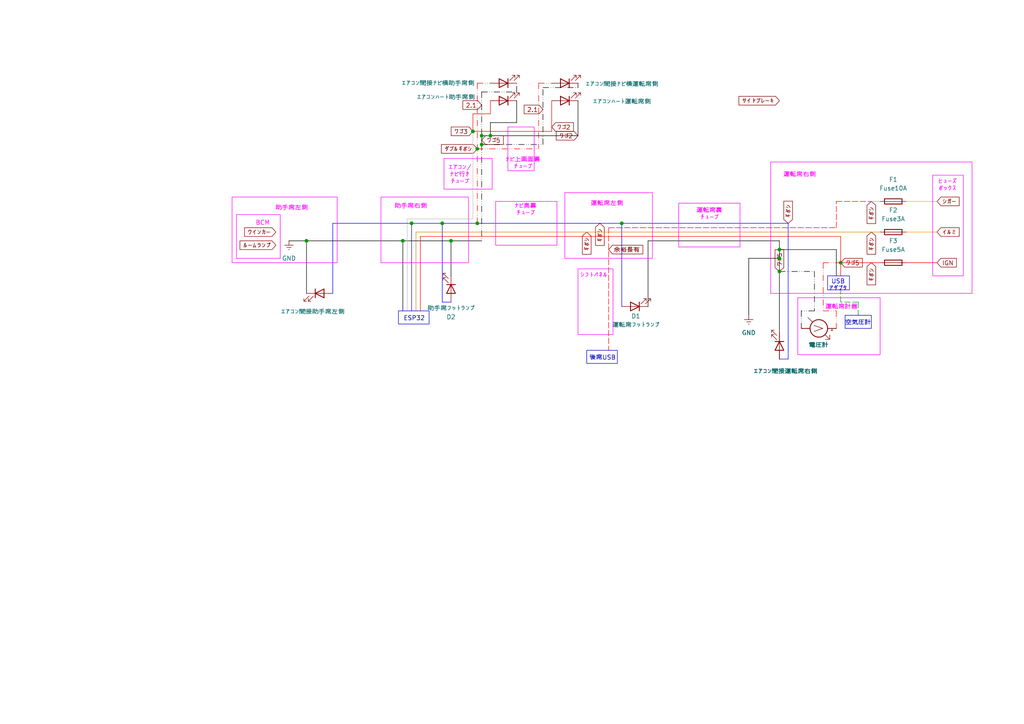
<source format=kicad_sch>
(kicad_sch
	(version 20250114)
	(generator "eeschema")
	(generator_version "9.0")
	(uuid "c56a3d10-7095-4669-8fec-59f1834857c0")
	(paper "A4")
	(lib_symbols
		(symbol "Device:Fuse"
			(pin_numbers
				(hide yes)
			)
			(pin_names
				(offset 0)
			)
			(exclude_from_sim no)
			(in_bom yes)
			(on_board yes)
			(property "Reference" "F"
				(at 2.032 0 90)
				(effects
					(font
						(size 1.27 1.27)
					)
				)
			)
			(property "Value" "Fuse"
				(at -1.905 0 90)
				(effects
					(font
						(size 1.27 1.27)
					)
				)
			)
			(property "Footprint" ""
				(at -1.778 0 90)
				(effects
					(font
						(size 1.27 1.27)
					)
					(hide yes)
				)
			)
			(property "Datasheet" "~"
				(at 0 0 0)
				(effects
					(font
						(size 1.27 1.27)
					)
					(hide yes)
				)
			)
			(property "Description" "Fuse"
				(at 0 0 0)
				(effects
					(font
						(size 1.27 1.27)
					)
					(hide yes)
				)
			)
			(property "ki_keywords" "fuse"
				(at 0 0 0)
				(effects
					(font
						(size 1.27 1.27)
					)
					(hide yes)
				)
			)
			(property "ki_fp_filters" "*Fuse*"
				(at 0 0 0)
				(effects
					(font
						(size 1.27 1.27)
					)
					(hide yes)
				)
			)
			(symbol "Fuse_0_1"
				(rectangle
					(start -0.762 -2.54)
					(end 0.762 2.54)
					(stroke
						(width 0.254)
						(type default)
					)
					(fill
						(type none)
					)
				)
				(polyline
					(pts
						(xy 0 2.54) (xy 0 -2.54)
					)
					(stroke
						(width 0)
						(type default)
					)
					(fill
						(type none)
					)
				)
			)
			(symbol "Fuse_1_1"
				(pin passive line
					(at 0 3.81 270)
					(length 1.27)
					(name "~"
						(effects
							(font
								(size 1.27 1.27)
							)
						)
					)
					(number "1"
						(effects
							(font
								(size 1.27 1.27)
							)
						)
					)
				)
				(pin passive line
					(at 0 -3.81 90)
					(length 1.27)
					(name "~"
						(effects
							(font
								(size 1.27 1.27)
							)
						)
					)
					(number "2"
						(effects
							(font
								(size 1.27 1.27)
							)
						)
					)
				)
			)
			(embedded_fonts no)
		)
		(symbol "Device:LED"
			(pin_numbers
				(hide yes)
			)
			(pin_names
				(offset 1.016)
				(hide yes)
			)
			(exclude_from_sim no)
			(in_bom yes)
			(on_board yes)
			(property "Reference" "D"
				(at 0 2.54 0)
				(effects
					(font
						(size 1.27 1.27)
					)
				)
			)
			(property "Value" "LED"
				(at 0 -2.54 0)
				(effects
					(font
						(size 1.27 1.27)
					)
				)
			)
			(property "Footprint" ""
				(at 0 0 0)
				(effects
					(font
						(size 1.27 1.27)
					)
					(hide yes)
				)
			)
			(property "Datasheet" "~"
				(at 0 0 0)
				(effects
					(font
						(size 1.27 1.27)
					)
					(hide yes)
				)
			)
			(property "Description" "Light emitting diode"
				(at 0 0 0)
				(effects
					(font
						(size 1.27 1.27)
					)
					(hide yes)
				)
			)
			(property "Sim.Pins" "1=K 2=A"
				(at 0 0 0)
				(effects
					(font
						(size 1.27 1.27)
					)
					(hide yes)
				)
			)
			(property "ki_keywords" "LED diode"
				(at 0 0 0)
				(effects
					(font
						(size 1.27 1.27)
					)
					(hide yes)
				)
			)
			(property "ki_fp_filters" "LED* LED_SMD:* LED_THT:*"
				(at 0 0 0)
				(effects
					(font
						(size 1.27 1.27)
					)
					(hide yes)
				)
			)
			(symbol "LED_0_1"
				(polyline
					(pts
						(xy -3.048 -0.762) (xy -4.572 -2.286) (xy -3.81 -2.286) (xy -4.572 -2.286) (xy -4.572 -1.524)
					)
					(stroke
						(width 0)
						(type default)
					)
					(fill
						(type none)
					)
				)
				(polyline
					(pts
						(xy -1.778 -0.762) (xy -3.302 -2.286) (xy -2.54 -2.286) (xy -3.302 -2.286) (xy -3.302 -1.524)
					)
					(stroke
						(width 0)
						(type default)
					)
					(fill
						(type none)
					)
				)
				(polyline
					(pts
						(xy -1.27 0) (xy 1.27 0)
					)
					(stroke
						(width 0)
						(type default)
					)
					(fill
						(type none)
					)
				)
				(polyline
					(pts
						(xy -1.27 -1.27) (xy -1.27 1.27)
					)
					(stroke
						(width 0.254)
						(type default)
					)
					(fill
						(type none)
					)
				)
				(polyline
					(pts
						(xy 1.27 -1.27) (xy 1.27 1.27) (xy -1.27 0) (xy 1.27 -1.27)
					)
					(stroke
						(width 0.254)
						(type default)
					)
					(fill
						(type none)
					)
				)
			)
			(symbol "LED_1_1"
				(pin passive line
					(at -3.81 0 0)
					(length 2.54)
					(name "K"
						(effects
							(font
								(size 1.27 1.27)
							)
						)
					)
					(number "1"
						(effects
							(font
								(size 1.27 1.27)
							)
						)
					)
				)
				(pin passive line
					(at 3.81 0 180)
					(length 2.54)
					(name "A"
						(effects
							(font
								(size 1.27 1.27)
							)
						)
					)
					(number "2"
						(effects
							(font
								(size 1.27 1.27)
							)
						)
					)
				)
			)
			(embedded_fonts no)
		)
		(symbol "Device:Voltmeter_DC"
			(pin_numbers
				(hide yes)
			)
			(pin_names
				(offset 0.0254)
				(hide yes)
			)
			(exclude_from_sim no)
			(in_bom yes)
			(on_board yes)
			(property "Reference" "MES"
				(at -3.302 1.016 0)
				(effects
					(font
						(size 1.27 1.27)
					)
					(justify right)
				)
			)
			(property "Value" "Voltmeter_DC"
				(at -3.302 -0.762 0)
				(effects
					(font
						(size 1.27 1.27)
					)
					(justify right)
				)
			)
			(property "Footprint" ""
				(at 0 2.54 90)
				(effects
					(font
						(size 1.27 1.27)
					)
					(hide yes)
				)
			)
			(property "Datasheet" "~"
				(at 0 2.54 90)
				(effects
					(font
						(size 1.27 1.27)
					)
					(hide yes)
				)
			)
			(property "Description" "DC voltmeter"
				(at 0 0 0)
				(effects
					(font
						(size 1.27 1.27)
					)
					(hide yes)
				)
			)
			(property "ki_keywords" "voltmeter DC"
				(at 0 0 0)
				(effects
					(font
						(size 1.27 1.27)
					)
					(hide yes)
				)
			)
			(symbol "Voltmeter_DC_0_0"
				(polyline
					(pts
						(xy -3.175 -3.175) (xy -1.905 -1.905)
					)
					(stroke
						(width 0)
						(type default)
					)
					(fill
						(type none)
					)
				)
				(polyline
					(pts
						(xy 1.905 3.175) (xy 3.175 3.175) (xy 3.175 1.905)
					)
					(stroke
						(width 0)
						(type default)
					)
					(fill
						(type none)
					)
				)
				(polyline
					(pts
						(xy 1.905 1.905) (xy 3.175 3.175)
					)
					(stroke
						(width 0)
						(type default)
					)
					(fill
						(type none)
					)
				)
				(text "V"
					(at 0 0 0)
					(effects
						(font
							(size 2.54 2.54)
						)
					)
				)
			)
			(symbol "Voltmeter_DC_0_1"
				(circle
					(center 0 0)
					(radius 2.54)
					(stroke
						(width 0.254)
						(type default)
					)
					(fill
						(type none)
					)
				)
				(polyline
					(pts
						(xy 0.254 3.81) (xy 0.762 3.81)
					)
					(stroke
						(width 0)
						(type default)
					)
					(fill
						(type none)
					)
				)
				(polyline
					(pts
						(xy 0.508 4.064) (xy 0.508 3.556)
					)
					(stroke
						(width 0)
						(type default)
					)
					(fill
						(type none)
					)
				)
			)
			(symbol "Voltmeter_DC_1_1"
				(pin passive line
					(at 0 5.08 270)
					(length 2.54)
					(name "+"
						(effects
							(font
								(size 1.27 1.27)
							)
						)
					)
					(number "2"
						(effects
							(font
								(size 1.27 1.27)
							)
						)
					)
				)
				(pin passive line
					(at 0 -5.08 90)
					(length 2.54)
					(name "-"
						(effects
							(font
								(size 1.27 1.27)
							)
						)
					)
					(number "1"
						(effects
							(font
								(size 1.27 1.27)
							)
						)
					)
				)
			)
			(embedded_fonts no)
		)
		(symbol "power:GNDREF"
			(power)
			(pin_numbers
				(hide yes)
			)
			(pin_names
				(offset 0)
				(hide yes)
			)
			(exclude_from_sim no)
			(in_bom yes)
			(on_board yes)
			(property "Reference" "#PWR"
				(at 0 -6.35 0)
				(effects
					(font
						(size 1.27 1.27)
					)
					(hide yes)
				)
			)
			(property "Value" "GNDREF"
				(at 0 -3.81 0)
				(effects
					(font
						(size 1.27 1.27)
					)
				)
			)
			(property "Footprint" ""
				(at 0 0 0)
				(effects
					(font
						(size 1.27 1.27)
					)
					(hide yes)
				)
			)
			(property "Datasheet" ""
				(at 0 0 0)
				(effects
					(font
						(size 1.27 1.27)
					)
					(hide yes)
				)
			)
			(property "Description" "Power symbol creates a global label with name \"GNDREF\" , reference supply ground"
				(at 0 0 0)
				(effects
					(font
						(size 1.27 1.27)
					)
					(hide yes)
				)
			)
			(property "ki_keywords" "global power"
				(at 0 0 0)
				(effects
					(font
						(size 1.27 1.27)
					)
					(hide yes)
				)
			)
			(symbol "GNDREF_0_1"
				(polyline
					(pts
						(xy -0.635 -1.905) (xy 0.635 -1.905)
					)
					(stroke
						(width 0)
						(type default)
					)
					(fill
						(type none)
					)
				)
				(polyline
					(pts
						(xy -0.127 -2.54) (xy 0.127 -2.54)
					)
					(stroke
						(width 0)
						(type default)
					)
					(fill
						(type none)
					)
				)
				(polyline
					(pts
						(xy 0 -1.27) (xy 0 0)
					)
					(stroke
						(width 0)
						(type default)
					)
					(fill
						(type none)
					)
				)
				(polyline
					(pts
						(xy 1.27 -1.27) (xy -1.27 -1.27)
					)
					(stroke
						(width 0)
						(type default)
					)
					(fill
						(type none)
					)
				)
			)
			(symbol "GNDREF_1_1"
				(pin power_in line
					(at 0 0 270)
					(length 0)
					(name "~"
						(effects
							(font
								(size 1.27 1.27)
							)
						)
					)
					(number "1"
						(effects
							(font
								(size 1.27 1.27)
							)
						)
					)
				)
			)
			(embedded_fonts no)
		)
	)
	(rectangle
		(start 163.83 55.88)
		(end 189.23 74.93)
		(stroke
			(width 0)
			(type default)
			(color 255 0 255 1)
		)
		(fill
			(type none)
		)
		(uuid 0b094790-7045-4454-947b-5e6d39fc18a1)
	)
	(rectangle
		(start 231.394 86.36)
		(end 255.27 102.87)
		(stroke
			(width 0)
			(type default)
			(color 255 0 255 1)
		)
		(fill
			(type none)
		)
		(uuid 324f8cfd-59b0-4b0a-86b6-97d8c18f3fb3)
	)
	(rectangle
		(start 128.778 45.974)
		(end 142.748 54.864)
		(stroke
			(width 0)
			(type default)
			(color 255 0 255 1)
		)
		(fill
			(type none)
		)
		(uuid 4f646edc-1c8f-4244-ac8b-57a0e1fccf43)
	)
	(rectangle
		(start 240.03 80.01)
		(end 246.38 84.074)
		(stroke
			(width 0)
			(type default)
		)
		(fill
			(type none)
		)
		(uuid 6f8f8678-3654-4f72-8af6-696f178e6a5f)
	)
	(rectangle
		(start 270.51 50.8)
		(end 279.4 80.01)
		(stroke
			(width 0)
			(type default)
			(color 255 0 255 1)
		)
		(fill
			(type none)
		)
		(uuid 70ff075f-11fd-4db0-ad90-efc2d918ff41)
	)
	(rectangle
		(start 67.31 57.15)
		(end 97.79 76.2)
		(stroke
			(width 0)
			(type default)
			(color 255 0 255 1)
		)
		(fill
			(type none)
		)
		(uuid 7efede87-b00b-4836-9131-ef3319f5974b)
	)
	(rectangle
		(start 110.49 57.15)
		(end 135.89 76.2)
		(stroke
			(width 0)
			(type default)
			(color 255 0 255 1)
		)
		(fill
			(type none)
		)
		(uuid 8a38e63c-d6f0-4ad3-b846-96c404c12fd1)
	)
	(rectangle
		(start 245.11 91.44)
		(end 252.73 95.25)
		(stroke
			(width 0)
			(type default)
		)
		(fill
			(type none)
		)
		(uuid 8c4b3862-c457-4fc4-bfb9-0c91554d646b)
	)
	(rectangle
		(start 223.52 46.99)
		(end 281.94 85.09)
		(stroke
			(width 0)
			(type default)
			(color 255 0 255 1)
		)
		(fill
			(type none)
		)
		(uuid a709b19d-4d00-4f8f-9ae9-f0c61d5082b2)
	)
	(rectangle
		(start 147.32 36.83)
		(end 154.94 49.53)
		(stroke
			(width 0)
			(type default)
			(color 255 0 255 1)
		)
		(fill
			(type none)
		)
		(uuid bf9fd545-42e8-492a-bc75-2d297eef9c45)
	)
	(rectangle
		(start 167.64 77.978)
		(end 177.8 97.028)
		(stroke
			(width 0)
			(type default)
			(color 255 0 255 1)
		)
		(fill
			(type none)
		)
		(uuid d4a8abf8-fba6-4fd0-beca-df2a2a2f2cd0)
	)
	(rectangle
		(start 143.764 58.42)
		(end 161.544 71.12)
		(stroke
			(width 0)
			(type default)
			(color 255 0 255 1)
		)
		(fill
			(type none)
		)
		(uuid d55a2ec5-78e1-42c8-b69b-b1f354d15426)
	)
	(rectangle
		(start 68.58 62.23)
		(end 81.28 74.93)
		(stroke
			(width 0)
			(type default)
			(color 255 0 255 1)
		)
		(fill
			(type none)
		)
		(uuid da6d00f7-da49-41e1-8f39-16fd206e9f09)
	)
	(rectangle
		(start 196.85 58.928)
		(end 214.63 71.628)
		(stroke
			(width 0)
			(type default)
			(color 255 0 255 1)
		)
		(fill
			(type none)
		)
		(uuid dcdc22f0-cbef-4bdf-b22c-8d2a48c5affe)
	)
	(rectangle
		(start 170.18 101.6)
		(end 179.07 105.41)
		(stroke
			(width 0)
			(type default)
		)
		(fill
			(type none)
		)
		(uuid e7b88089-bbda-4557-867b-9cf157112c34)
	)
	(rectangle
		(start 115.57 90.17)
		(end 124.46 93.98)
		(stroke
			(width 0)
			(type default)
		)
		(fill
			(type none)
		)
		(uuid e8dd7df2-3e2d-4aea-9182-1f32a15d1528)
	)
	(text "ESP32"
		(exclude_from_sim no)
		(at 120.142 92.456 0)
		(effects
			(font
				(size 1.27 1.27)
			)
		)
		(uuid "261ec467-7918-4c73-a1b0-53cffb221d0a")
	)
	(text "BCM"
		(exclude_from_sim no)
		(at 76.2 64.77 0)
		(effects
			(font
				(size 1.27 1.27)
				(color 255 0 255 1)
			)
		)
		(uuid "2cd973da-8809-45dd-9f1c-cdd498eaddba")
	)
	(text "ナビ上画面裏\nチューブ"
		(exclude_from_sim no)
		(at 151.638 47.498 0)
		(effects
			(font
				(size 1.27 1.27)
				(color 255 0 255 1)
			)
		)
		(uuid "336109f0-8501-4973-9e0d-8adc1712cd3d")
	)
	(text "USB\nアダプタ"
		(exclude_from_sim no)
		(at 243.078 82.804 0)
		(effects
			(font
				(size 1.27 1.27)
			)
		)
		(uuid "4a7904e6-e936-4085-b6e9-5f01bc99792f")
	)
	(text "エアコン/\nナビ行き\nチューブ"
		(exclude_from_sim no)
		(at 133.35 50.8 0)
		(effects
			(font
				(size 1.27 1.27)
				(color 255 0 255 1)
			)
		)
		(uuid "55c8f6d8-ab3e-4412-89af-e2b2755d10c0")
	)
	(text "空気圧計"
		(exclude_from_sim no)
		(at 248.92 93.726 0)
		(effects
			(font
				(size 1.27 1.27)
			)
		)
		(uuid "691cee00-269f-4da7-8bb5-95f4161cdfb5")
	)
	(text "助手席左側"
		(exclude_from_sim no)
		(at 84.582 60.452 0)
		(effects
			(font
				(size 1.27 1.27)
				(color 255 0 255 1)
			)
		)
		(uuid "82f18758-cfb0-420c-8bb7-65935835b185")
	)
	(text "後席USB"
		(exclude_from_sim no)
		(at 174.752 103.886 0)
		(effects
			(font
				(size 1.27 1.27)
			)
		)
		(uuid "851ff704-3eb6-4590-ad55-8cb89381cacd")
	)
	(text "運転席左側"
		(exclude_from_sim no)
		(at 176.022 59.182 0)
		(effects
			(font
				(size 1.27 1.27)
				(color 255 0 255 1)
			)
		)
		(uuid "87953331-421d-4af3-bb6b-8c91235c23d9")
	)
	(text "運転席右側"
		(exclude_from_sim no)
		(at 231.902 50.8 0)
		(effects
			(font
				(size 1.27 1.27)
				(color 255 0 255 1)
			)
		)
		(uuid "8b9068ee-1374-41c5-857e-3516e28ac28d")
	)
	(text "ヒューズ\nボックス"
		(exclude_from_sim no)
		(at 274.828 53.848 0)
		(effects
			(font
				(size 1.27 1.27)
				(color 255 0 255 1)
			)
		)
		(uuid "a028df96-7ea8-433d-a991-b5f08ac51184")
	)
	(text "助手席右側"
		(exclude_from_sim no)
		(at 119.126 59.944 0)
		(effects
			(font
				(size 1.27 1.27)
				(color 255 0 255 1)
			)
		)
		(uuid "a9415fab-748c-49c6-a88b-ad25368c4c00")
	)
	(text "運転席計器"
		(exclude_from_sim no)
		(at 244.094 89.154 0)
		(effects
			(font
				(size 1.27 1.27)
				(color 255 0 255 1)
			)
		)
		(uuid "ac48f3c7-9c58-4448-aea1-a4d1a2e235bc")
	)
	(text "運転席裏\nチューブ"
		(exclude_from_sim no)
		(at 205.74 62.23 0)
		(effects
			(font
				(size 1.27 1.27)
				(color 255 0 255 1)
			)
		)
		(uuid "c2acb8e4-17f7-44a1-835c-d3e1e672738a")
	)
	(text "シフトパネル"
		(exclude_from_sim no)
		(at 172.212 80.01 0)
		(effects
			(font
				(size 1.27 1.27)
				(color 255 0 255 1)
			)
		)
		(uuid "d3d56cdf-3d5f-42c5-83f4-9a141fe7f2b6")
	)
	(text "ナビ奥裏\nチューブ"
		(exclude_from_sim no)
		(at 152.4 60.96 0)
		(effects
			(font
				(size 1.27 1.27)
				(color 255 0 255 1)
			)
		)
		(uuid "e36798bf-43e5-47b2-b966-1c53e7331c7b")
	)
	(junction
		(at 130.81 69.85)
		(diameter 0)
		(color 0 0 0 0)
		(uuid "00573618-7401-4bd3-ac60-b15fb6632039")
	)
	(junction
		(at 138.43 43.18)
		(diameter 0)
		(color 0 0 0 0)
		(uuid "01f6b06e-6bb6-4212-a5cb-f4274916c985")
	)
	(junction
		(at 119.38 64.77)
		(diameter 0)
		(color 0 0 0 0)
		(uuid "0baadeca-2d0c-4f6d-b037-b220801ae75c")
	)
	(junction
		(at 128.27 64.77)
		(diameter 0)
		(color 0 0 0 0)
		(uuid "2d6f72eb-0acd-436e-8895-27aca485f57f")
	)
	(junction
		(at 88.9 69.85)
		(diameter 0)
		(color 0 0 0 0)
		(uuid "45cb00a3-9e5c-4c4b-be1e-779205297be3")
	)
	(junction
		(at 116.84 69.85)
		(diameter 0)
		(color 0 0 0 0)
		(uuid "47009b9e-6821-42a3-ab3b-d0fefd671c07")
	)
	(junction
		(at 139.7 41.91)
		(diameter 0)
		(color 0 0 0 0)
		(uuid "5216730b-9e06-41fb-a455-dd354590d66a")
	)
	(junction
		(at 138.43 64.77)
		(diameter 0)
		(color 0 0 0 0)
		(uuid "61f34271-2f80-42c1-a277-f91c2220e0ef")
	)
	(junction
		(at 226.06 78.74)
		(diameter 0)
		(color 0 0 0 0)
		(uuid "682f19ee-1907-48fe-954e-1dd9251a5c45")
	)
	(junction
		(at 180.34 64.77)
		(diameter 0)
		(color 0 0 0 0)
		(uuid "6c5b3724-045c-4719-9f77-6fe264c348be")
	)
	(junction
		(at 139.7 39.37)
		(diameter 0)
		(color 0 0 0 0)
		(uuid "748ed14d-35be-40d4-8357-16e08d7ec6ce")
	)
	(junction
		(at 137.16 38.1)
		(diameter 0)
		(color 0 0 0 0)
		(uuid "8223917d-9d20-40e1-8096-4ddfe9b1e40e")
	)
	(junction
		(at 142.24 39.37)
		(diameter 0)
		(color 0 0 0 0)
		(uuid "9d174c00-863f-4fc7-9cfb-80905c214eef")
	)
	(junction
		(at 226.06 72.39)
		(diameter 0)
		(color 0 0 0 0)
		(uuid "cc139d01-6b2c-4f5f-9897-f27efb4ec64f")
	)
	(junction
		(at 243.84 76.2)
		(diameter 0)
		(color 0 0 0 0)
		(uuid "cd8b56a8-1cdb-47f0-8ef9-9ae733faa7e0")
	)
	(junction
		(at 226.06 74.93)
		(diameter 0)
		(color 0 0 0 0)
		(uuid "ed6b76f8-3df3-4965-b4fe-331e38fda1cd")
	)
	(wire
		(pts
			(xy 226.06 69.85) (xy 226.06 72.39)
		)
		(stroke
			(width 0)
			(type default)
			(color 0 0 0 1)
		)
		(uuid "0aca8301-2ca2-4a8f-a6f7-b1033408dddf")
	)
	(wire
		(pts
			(xy 88.9 69.85) (xy 88.9 85.09)
		)
		(stroke
			(width 0)
			(type default)
			(color 0 0 0 1)
		)
		(uuid "0b47d1f8-a4d0-437e-95d7-c164ee2a3ece")
	)
	(wire
		(pts
			(xy 121.92 68.58) (xy 243.84 68.58)
		)
		(stroke
			(width 0)
			(type default)
			(color 255 0 0 1)
		)
		(uuid "0c9ea557-b197-43fb-87d8-41004e637041")
	)
	(wire
		(pts
			(xy 130.81 69.85) (xy 130.81 80.01)
		)
		(stroke
			(width 0)
			(type default)
			(color 0 0 0 1)
		)
		(uuid "0d1ab894-8082-465f-89a4-997aed9ad940")
	)
	(wire
		(pts
			(xy 180.34 64.77) (xy 180.34 88.9)
		)
		(stroke
			(width 0)
			(type default)
			(color 0 0 255 1)
		)
		(uuid "0da6839f-dc08-408b-8bab-30449251964b")
	)
	(wire
		(pts
			(xy 96.52 64.77) (xy 119.38 64.77)
		)
		(stroke
			(width 0)
			(type default)
			(color 0 0 255 1)
		)
		(uuid "10cfb69a-2296-46e4-8dad-e8656a0e3083")
	)
	(wire
		(pts
			(xy 118.11 63.5) (xy 118.11 90.17)
		)
		(stroke
			(width 0)
			(type default)
			(color 194 194 194 1)
		)
		(uuid "1228d1be-eb5a-4180-8304-74316968cfca")
	)
	(wire
		(pts
			(xy 149.86 26.67) (xy 149.86 24.13)
		)
		(stroke
			(width 0)
			(type dash_dot_dot)
			(color 0 0 0 1)
		)
		(uuid "12d0bc70-e9f6-49c7-aa29-8bad4aaad19e")
	)
	(wire
		(pts
			(xy 238.76 90.17) (xy 242.57 90.17)
		)
		(stroke
			(width 0)
			(type dash_dot_dot)
			(color 255 0 0 1)
		)
		(uuid "15a67164-3518-4a78-a7ad-cb4312b1f2fa")
	)
	(wire
		(pts
			(xy 243.84 76.2) (xy 255.27 76.2)
		)
		(stroke
			(width 0)
			(type default)
			(color 255 0 0 1)
		)
		(uuid "184107b2-8f70-45db-a014-0e53a138a657")
	)
	(wire
		(pts
			(xy 96.52 85.09) (xy 96.52 64.77)
		)
		(stroke
			(width 0)
			(type default)
			(color 0 0 255 1)
		)
		(uuid "184994d2-b8f1-4996-8839-25a292852889")
	)
	(wire
		(pts
			(xy 120.65 67.31) (xy 120.65 90.17)
		)
		(stroke
			(width 0)
			(type default)
			(color 221 133 0 1)
		)
		(uuid "19bc8009-7a0c-4871-997a-95b1b76e091f")
	)
	(wire
		(pts
			(xy 236.22 90.17) (xy 232.41 90.17)
		)
		(stroke
			(width 0)
			(type dash_dot_dot)
			(color 0 0 0 1)
		)
		(uuid "1f043f24-c188-432c-bd27-e22915432e41")
	)
	(wire
		(pts
			(xy 138.43 64.77) (xy 138.43 43.18)
		)
		(stroke
			(width 0)
			(type dash_dot_dot)
			(color 255 0 0 1)
		)
		(uuid "250ed1f4-1399-4034-beff-2b71eb14c817")
	)
	(wire
		(pts
			(xy 226.06 72.39) (xy 226.06 74.93)
		)
		(stroke
			(width 0)
			(type default)
			(color 0 0 0 1)
		)
		(uuid "2851d05b-7446-4350-adcc-89fea1988eba")
	)
	(wire
		(pts
			(xy 217.17 74.93) (xy 217.17 91.44)
		)
		(stroke
			(width 0)
			(type default)
			(color 0 0 0 1)
		)
		(uuid "2a65dd14-43c4-4ecd-980f-37361327466f")
	)
	(wire
		(pts
			(xy 236.22 78.74) (xy 236.22 90.17)
		)
		(stroke
			(width 0)
			(type dash_dot_dot)
			(color 0 0 0 1)
		)
		(uuid "2ce3ab03-f2cc-4571-92a5-98093e40e41c")
	)
	(wire
		(pts
			(xy 262.89 76.2) (xy 271.78 76.2)
		)
		(stroke
			(width 0)
			(type default)
			(color 255 0 0 1)
		)
		(uuid "2f69a702-6481-4b6e-94ad-bd92c6d1d834")
	)
	(wire
		(pts
			(xy 83.82 69.85) (xy 88.9 69.85)
		)
		(stroke
			(width 0)
			(type default)
			(color 0 0 0 1)
		)
		(uuid "34416512-ba0e-48f8-b7e8-7b452360c39d")
	)
	(wire
		(pts
			(xy 262.89 58.42) (xy 271.78 58.42)
		)
		(stroke
			(width 0)
			(type default)
			(color 194 194 0 1)
		)
		(uuid "4c5dfcd1-8a04-434f-819d-7fe6a7a2a89e")
	)
	(wire
		(pts
			(xy 157.48 41.91) (xy 157.48 25.4)
		)
		(stroke
			(width 0)
			(type dash_dot_dot)
			(color 0 0 0 1)
		)
		(uuid "51ec1b7a-f6c6-48f8-a2f9-bf6fd5dca11c")
	)
	(wire
		(pts
			(xy 243.84 87.63) (xy 243.84 83.82)
		)
		(stroke
			(width 0)
			(type dash)
		)
		(uuid "52af89a6-c150-4825-b165-3534fc95cd93")
	)
	(wire
		(pts
			(xy 248.92 87.63) (xy 248.92 91.44)
		)
		(stroke
			(width 0)
			(type dash)
		)
		(uuid "5c9092fa-33dc-4014-9f49-b7eb5d07a44f")
	)
	(wire
		(pts
			(xy 128.27 87.63) (xy 130.81 87.63)
		)
		(stroke
			(width 0)
			(type default)
			(color 0 0 255 1)
		)
		(uuid "5dc6de2b-0004-46f1-a555-8e0cbecf13dd")
	)
	(wire
		(pts
			(xy 138.43 43.18) (xy 156.21 43.18)
		)
		(stroke
			(width 0)
			(type dash_dot_dot)
			(color 255 0 0 1)
		)
		(uuid "6136cdaf-4754-4ad4-8f27-fcd349d598cf")
	)
	(wire
		(pts
			(xy 160.02 38.1) (xy 160.02 29.21)
		)
		(stroke
			(width 0)
			(type default)
			(color 255 0 0 1)
		)
		(uuid "62820a9c-f0c1-4239-9a9b-1c8578553932")
	)
	(wire
		(pts
			(xy 238.76 76.2) (xy 238.76 90.17)
		)
		(stroke
			(width 0)
			(type dash_dot_dot)
			(color 255 0 0 1)
		)
		(uuid "63424494-0c01-47b3-9f6e-0624a6b122f9")
	)
	(wire
		(pts
			(xy 139.7 41.91) (xy 157.48 41.91)
		)
		(stroke
			(width 0)
			(type dash_dot_dot)
			(color 0 0 0 1)
		)
		(uuid "6763847e-9dbf-4462-a033-4678c1c982d4")
	)
	(wire
		(pts
			(xy 226.06 74.93) (xy 226.06 78.74)
		)
		(stroke
			(width 0)
			(type default)
			(color 0 0 0 1)
		)
		(uuid "6a945f00-eccc-4a7e-8bba-5a15640500db")
	)
	(wire
		(pts
			(xy 252.73 58.42) (xy 255.27 58.42)
		)
		(stroke
			(width 0)
			(type default)
			(color 194 194 0 1)
		)
		(uuid "6ba058e4-2ad1-49b5-85b7-dfc872ac250e")
	)
	(wire
		(pts
			(xy 180.34 64.77) (xy 228.6 64.77)
		)
		(stroke
			(width 0)
			(type default)
			(color 0 0 255 1)
		)
		(uuid "6be17741-a59f-4c57-945e-2b78318b61e3")
	)
	(wire
		(pts
			(xy 116.84 69.85) (xy 130.81 69.85)
		)
		(stroke
			(width 0)
			(type default)
			(color 0 0 0 1)
		)
		(uuid "6d1e6cca-b660-461f-976c-1c6622f205a5")
	)
	(wire
		(pts
			(xy 228.6 104.14) (xy 226.06 104.14)
		)
		(stroke
			(width 0)
			(type default)
			(color 0 0 255 1)
		)
		(uuid "6e38e931-9ad1-426e-b15a-de7c4aea5d8f")
	)
	(wire
		(pts
			(xy 121.92 68.58) (xy 121.92 90.17)
		)
		(stroke
			(width 0)
			(type default)
			(color 255 0 0 1)
		)
		(uuid "706c5f7e-2795-4f76-9226-e60849dc6c90")
	)
	(wire
		(pts
			(xy 167.64 39.37) (xy 167.64 29.21)
		)
		(stroke
			(width 0)
			(type default)
			(color 0 0 0 1)
		)
		(uuid "724be4e6-538f-4fd3-8306-7108351b1ad6")
	)
	(wire
		(pts
			(xy 139.7 39.37) (xy 142.24 39.37)
		)
		(stroke
			(width 0)
			(type dash_dot)
			(color 0 0 0 1)
		)
		(uuid "775100b2-1bb2-4058-bd36-54f7e303c428")
	)
	(wire
		(pts
			(xy 128.27 64.77) (xy 128.27 87.63)
		)
		(stroke
			(width 0)
			(type default)
			(color 0 0 255 1)
		)
		(uuid "7b05afda-6a7f-4eba-bf13-9b926e0f4bfd")
	)
	(wire
		(pts
			(xy 243.84 76.2) (xy 243.84 80.01)
		)
		(stroke
			(width 0)
			(type default)
			(color 255 0 0 1)
		)
		(uuid "7d965a51-69cf-4dc8-9c55-b327fd31fa80")
	)
	(wire
		(pts
			(xy 137.16 38.1) (xy 160.02 38.1)
		)
		(stroke
			(width 0)
			(type default)
			(color 255 0 0 1)
		)
		(uuid "7f1b716e-d613-47ca-9573-a65b73495b9f")
	)
	(wire
		(pts
			(xy 139.7 41.91) (xy 139.7 69.85)
		)
		(stroke
			(width 0)
			(type dash_dot_dot)
			(color 0 0 0 1)
		)
		(uuid "821c2b48-30c4-4597-a77a-86dce1128e01")
	)
	(wire
		(pts
			(xy 167.64 25.4) (xy 167.64 24.13)
		)
		(stroke
			(width 0)
			(type dash_dot_dot)
			(color 0 0 0 1)
		)
		(uuid "85eec43b-93b9-47cd-94bf-4f0bc2f72be1")
	)
	(wire
		(pts
			(xy 119.38 64.77) (xy 128.27 64.77)
		)
		(stroke
			(width 0)
			(type default)
			(color 0 0 255 1)
		)
		(uuid "866bd8d6-13f8-4e84-bbe6-f2851fea677c")
	)
	(wire
		(pts
			(xy 217.17 74.93) (xy 226.06 74.93)
		)
		(stroke
			(width 0)
			(type default)
			(color 0 0 0 1)
		)
		(uuid "88a93b1b-83e6-4b7e-8304-2af2016d3828")
	)
	(wire
		(pts
			(xy 242.57 58.42) (xy 252.73 58.42)
		)
		(stroke
			(width 0)
			(type dash)
			(color 255 0 0 1)
		)
		(uuid "9162ffdf-413b-409d-a579-cb49fc023384")
	)
	(wire
		(pts
			(xy 88.9 69.85) (xy 116.84 69.85)
		)
		(stroke
			(width 0)
			(type default)
			(color 0 0 0 1)
		)
		(uuid "94f8a4ec-c6dd-4737-9af2-1fb93899e082")
	)
	(wire
		(pts
			(xy 116.84 69.85) (xy 116.84 90.17)
		)
		(stroke
			(width 0)
			(type default)
			(color 0 0 0 1)
		)
		(uuid "97bce5d2-6bd5-42ed-9f29-185a4dbcbf25")
	)
	(wire
		(pts
			(xy 187.96 69.85) (xy 187.96 88.9)
		)
		(stroke
			(width 0)
			(type default)
			(color 0 0 0 1)
		)
		(uuid "9d43c3fa-503b-4ebe-afab-d9aac474fc16")
	)
	(wire
		(pts
			(xy 176.53 66.04) (xy 176.53 101.6)
		)
		(stroke
			(width 0)
			(type dash)
			(color 255 0 0 1)
		)
		(uuid "a02ff992-3a0f-4895-bf61-1f019dd3da3d")
	)
	(wire
		(pts
			(xy 262.89 67.31) (xy 271.78 67.31)
		)
		(stroke
			(width 0)
			(type default)
			(color 255 153 0 1)
		)
		(uuid "a49bfae6-aaca-487a-918e-04840a9947a1")
	)
	(wire
		(pts
			(xy 139.7 39.37) (xy 139.7 41.91)
		)
		(stroke
			(width 0)
			(type dash_dot_dot)
			(color 0 0 0 1)
		)
		(uuid "a9eaed01-a493-4acc-b7a5-85067d382cc0")
	)
	(wire
		(pts
			(xy 118.11 63.5) (xy 137.16 63.5)
		)
		(stroke
			(width 0)
			(type default)
			(color 194 194 194 1)
		)
		(uuid "add6fdb4-71d7-4b72-8775-62873d118402")
	)
	(wire
		(pts
			(xy 238.76 76.2) (xy 243.84 76.2)
		)
		(stroke
			(width 0)
			(type dash_dot_dot)
			(color 255 0 0 1)
		)
		(uuid "ade588e7-3921-4830-a765-e77421ee06c2")
	)
	(wire
		(pts
			(xy 130.81 69.85) (xy 139.7 69.85)
		)
		(stroke
			(width 0)
			(type default)
			(color 0 0 0 1)
		)
		(uuid "ae8fb54d-2849-45d6-9a1f-20234fe09443")
	)
	(wire
		(pts
			(xy 138.43 43.18) (xy 138.43 41.91)
		)
		(stroke
			(width 0)
			(type default)
			(color 255 0 0 1)
		)
		(uuid "af34fd65-2fd8-4a04-95fb-5639a01a1733")
	)
	(wire
		(pts
			(xy 156.21 24.13) (xy 156.21 43.18)
		)
		(stroke
			(width 0)
			(type dash_dot_dot)
			(color 255 0 0 1)
		)
		(uuid "b15597e8-10ab-47f6-8b1d-ce16fd98fb63")
	)
	(wire
		(pts
			(xy 228.6 64.77) (xy 228.6 104.14)
		)
		(stroke
			(width 0)
			(type default)
			(color 0 0 255 1)
		)
		(uuid "c011fe21-dc36-496d-bb9b-8db8cc498689")
	)
	(wire
		(pts
			(xy 187.96 69.85) (xy 226.06 69.85)
		)
		(stroke
			(width 0)
			(type default)
			(color 0 0 0 1)
		)
		(uuid "c0b522eb-8551-4023-a02a-40f7758505c1")
	)
	(wire
		(pts
			(xy 157.48 25.4) (xy 167.64 25.4)
		)
		(stroke
			(width 0)
			(type dash_dot_dot)
			(color 0 0 0 1)
		)
		(uuid "c0c7da82-ca0e-4aa4-96e6-2d914f291a1c")
	)
	(wire
		(pts
			(xy 242.57 66.04) (xy 242.57 58.42)
		)
		(stroke
			(width 0)
			(type dash)
			(color 255 0 0 1)
		)
		(uuid "c0cc0ceb-9637-4d3f-a515-82e7a99c7a1b")
	)
	(wire
		(pts
			(xy 149.86 29.21) (xy 149.86 35.56)
		)
		(stroke
			(width 0)
			(type default)
			(color 0 0 0 1)
		)
		(uuid "c619eb71-9ef0-42ca-9a56-171a3c31c617")
	)
	(wire
		(pts
			(xy 243.84 68.58) (xy 243.84 76.2)
		)
		(stroke
			(width 0)
			(type default)
			(color 255 0 0 1)
		)
		(uuid "c62da873-2be9-4b95-985a-6e373c0f7f53")
	)
	(wire
		(pts
			(xy 232.41 90.17) (xy 232.41 95.25)
		)
		(stroke
			(width 0)
			(type dash_dot_dot)
			(color 0 0 0 1)
		)
		(uuid "cec660aa-9268-404f-b522-07cfde94e266")
	)
	(wire
		(pts
			(xy 226.06 78.74) (xy 236.22 78.74)
		)
		(stroke
			(width 0)
			(type dash_dot_dot)
			(color 0 0 0 1)
		)
		(uuid "d01657b6-0689-42ac-8c6f-8e6f74e1231a")
	)
	(wire
		(pts
			(xy 138.43 24.13) (xy 142.24 24.13)
		)
		(stroke
			(width 0)
			(type dash_dot_dot)
			(color 255 0 0 1)
		)
		(uuid "d0293cda-36f8-470e-95a8-386e016f71be")
	)
	(wire
		(pts
			(xy 139.7 26.67) (xy 149.86 26.67)
		)
		(stroke
			(width 0)
			(type dash_dot_dot)
			(color 0 0 0 1)
		)
		(uuid "d6e72d9d-b709-49bc-9a07-49bb4c6c128b")
	)
	(wire
		(pts
			(xy 156.21 24.13) (xy 160.02 24.13)
		)
		(stroke
			(width 0)
			(type dash_dot_dot)
			(color 255 0 0 1)
		)
		(uuid "d740fc2e-5292-48b7-bfe1-68775e3acabc")
	)
	(wire
		(pts
			(xy 142.24 33.02) (xy 142.24 29.21)
		)
		(stroke
			(width 0)
			(type default)
			(color 255 0 0 1)
		)
		(uuid "d7c8f1fc-6ba3-46ac-92c4-d6e53c63cfd6")
	)
	(wire
		(pts
			(xy 142.24 35.56) (xy 142.24 39.37)
		)
		(stroke
			(width 0)
			(type default)
			(color 0 0 0 1)
		)
		(uuid "da468d6c-74f7-459a-861a-cf3f7bcd8e5a")
	)
	(wire
		(pts
			(xy 248.92 87.63) (xy 243.84 87.63)
		)
		(stroke
			(width 0)
			(type dash)
		)
		(uuid "dc0f4aca-3975-453b-bb83-5b3c2bedd35e")
	)
	(wire
		(pts
			(xy 226.06 78.74) (xy 226.06 96.52)
		)
		(stroke
			(width 0)
			(type default)
			(color 0 0 0 1)
		)
		(uuid "dde428ed-7989-426a-9b48-cfd7209e01f3")
	)
	(wire
		(pts
			(xy 137.16 38.1) (xy 137.16 63.5)
		)
		(stroke
			(width 0)
			(type default)
			(color 194 194 194 1)
		)
		(uuid "deb5bc35-9090-4f3a-8725-f1d1660673a0")
	)
	(wire
		(pts
			(xy 139.7 40.64) (xy 139.7 41.91)
		)
		(stroke
			(width 0)
			(type default)
		)
		(uuid "e1588130-8caa-4df4-8993-c579844a916b")
	)
	(wire
		(pts
			(xy 176.53 66.04) (xy 242.57 66.04)
		)
		(stroke
			(width 0)
			(type dash)
			(color 255 0 0 1)
		)
		(uuid "e4bf9112-0df2-491d-8918-9c5f9400e52a")
	)
	(wire
		(pts
			(xy 226.06 72.39) (xy 242.57 72.39)
		)
		(stroke
			(width 0)
			(type default)
			(color 0 0 0 1)
		)
		(uuid "e636429a-cbb2-4af7-b3e4-c64a1383b5b1")
	)
	(wire
		(pts
			(xy 142.24 39.37) (xy 167.64 39.37)
		)
		(stroke
			(width 0)
			(type default)
			(color 0 0 0 1)
		)
		(uuid "e675789c-50a2-4856-b1be-57d38358eade")
	)
	(wire
		(pts
			(xy 137.16 33.02) (xy 142.24 33.02)
		)
		(stroke
			(width 0)
			(type default)
			(color 255 0 0 1)
		)
		(uuid "eaa69498-c041-4e7c-9f61-f858bfb2d7cb")
	)
	(wire
		(pts
			(xy 137.16 38.1) (xy 137.16 33.02)
		)
		(stroke
			(width 0)
			(type default)
			(color 255 0 0 1)
		)
		(uuid "eaac2b5f-53e6-4a69-a6ff-1c9932b7ab12")
	)
	(wire
		(pts
			(xy 149.86 35.56) (xy 142.24 35.56)
		)
		(stroke
			(width 0)
			(type default)
			(color 0 0 0 1)
		)
		(uuid "eab0a805-4905-472b-8199-99b683bbd99f")
	)
	(wire
		(pts
			(xy 138.43 64.77) (xy 180.34 64.77)
		)
		(stroke
			(width 0)
			(type default)
			(color 0 0 255 1)
		)
		(uuid "ec798aec-1409-4667-a57f-d3246d5044a1")
	)
	(wire
		(pts
			(xy 119.38 64.77) (xy 119.38 90.17)
		)
		(stroke
			(width 0)
			(type default)
			(color 0 0 255 1)
		)
		(uuid "ed6d5a8f-cdf7-471a-a862-03414b86bf22")
	)
	(wire
		(pts
			(xy 242.57 90.17) (xy 242.57 95.25)
		)
		(stroke
			(width 0)
			(type dash_dot_dot)
			(color 255 0 0 1)
		)
		(uuid "ed74156d-665a-4f4f-8318-00c4df154da0")
	)
	(wire
		(pts
			(xy 138.43 24.13) (xy 138.43 41.91)
		)
		(stroke
			(width 0)
			(type dash_dot_dot)
			(color 255 0 0 1)
		)
		(uuid "eed2cf98-717f-4fbe-842f-f65cedf7c85b")
	)
	(wire
		(pts
			(xy 128.27 64.77) (xy 138.43 64.77)
		)
		(stroke
			(width 0)
			(type default)
			(color 0 0 255 1)
		)
		(uuid "efd42777-d6b6-42da-b44c-5a86c8c88062")
	)
	(wire
		(pts
			(xy 120.65 67.31) (xy 255.27 67.31)
		)
		(stroke
			(width 0)
			(type default)
			(color 221 133 0 1)
		)
		(uuid "f54da3a2-2fe7-4a3e-aeba-5aa7724d48a9")
	)
	(wire
		(pts
			(xy 242.57 72.39) (xy 242.57 80.01)
		)
		(stroke
			(width 0)
			(type default)
			(color 0 0 0 1)
		)
		(uuid "f6db5ec5-b8bf-4714-9af5-c9dccb440f66")
	)
	(wire
		(pts
			(xy 139.7 26.67) (xy 139.7 39.37)
		)
		(stroke
			(width 0)
			(type dash_dot_dot)
			(color 0 0 0 1)
		)
		(uuid "fcd45d21-1dfa-4d33-90b4-4171384be22f")
	)
	(global_label "ウインカー"
		(shape input)
		(at 80.01 67.31 180)
		(fields_autoplaced yes)
		(effects
			(font
				(size 1.27 1.27)
			)
			(justify right)
		)
		(uuid "108c1915-2f40-4e64-a027-4a0502b6b407")
		(property "Intersheetrefs" "${INTERSHEET_REFS}"
			(at 70.3723 67.31 0)
			(effects
				(font
					(size 1.27 1.27)
				)
				(justify right)
				(hide yes)
			)
		)
	)
	(global_label "ワゴ5"
		(shape input)
		(at 226.06 78.74 90)
		(fields_autoplaced yes)
		(effects
			(font
				(size 1.27 1.27)
			)
			(justify left)
		)
		(uuid "28463506-c168-4e21-bc17-487a878f7914")
		(property "Intersheetrefs" "${INTERSHEET_REFS}"
			(at 226.06 71.8843 90)
			(effects
				(font
					(size 1.27 1.27)
				)
				(justify left)
				(hide yes)
			)
		)
	)
	(global_label "ワゴ5"
		(shape input)
		(at 243.84 76.2 0)
		(fields_autoplaced yes)
		(effects
			(font
				(size 1.27 1.27)
			)
			(justify left)
		)
		(uuid "2c953012-9dbd-4ed9-accc-74952af05c8c")
		(property "Intersheetrefs" "${INTERSHEET_REFS}"
			(at 250.6957 76.2 0)
			(effects
				(font
					(size 1.27 1.27)
				)
				(justify left)
				(hide yes)
			)
		)
	)
	(global_label "2.1"
		(shape input)
		(at 139.7 30.48 180)
		(fields_autoplaced yes)
		(effects
			(font
				(size 1.27 1.27)
			)
			(justify right)
		)
		(uuid "39c71008-5144-45a3-9594-6ab32c8255d9")
		(property "Intersheetrefs" "${INTERSHEET_REFS}"
			(at 133.691 30.48 0)
			(effects
				(font
					(size 1.27 1.27)
				)
				(justify right)
				(hide yes)
			)
		)
	)
	(global_label "ギボシ"
		(shape input)
		(at 170.18 67.31 270)
		(fields_autoplaced yes)
		(effects
			(font
				(size 1.27 1.27)
			)
			(justify right)
		)
		(uuid "4e94710b-3b61-4128-90ba-f22e3db0f930")
		(property "Intersheetrefs" "${INTERSHEET_REFS}"
			(at 170.18 74.2867 90)
			(effects
				(font
					(size 1.27 1.27)
				)
				(justify right)
				(hide yes)
			)
		)
	)
	(global_label "ギボシ"
		(shape input)
		(at 252.73 58.42 270)
		(fields_autoplaced yes)
		(effects
			(font
				(size 1.27 1.27)
			)
			(justify right)
		)
		(uuid "4fd19088-8316-477a-936c-77080c94e751")
		(property "Intersheetrefs" "${INTERSHEET_REFS}"
			(at 252.73 65.3967 90)
			(effects
				(font
					(size 1.27 1.27)
				)
				(justify right)
				(hide yes)
			)
		)
	)
	(global_label "サイドブレーキ"
		(shape input)
		(at 226.06 29.21 180)
		(fields_autoplaced yes)
		(effects
			(font
				(size 1.27 1.27)
			)
			(justify right)
		)
		(uuid "55c746ee-00f7-4705-a289-94a6ac056415")
		(property "Intersheetrefs" "${INTERSHEET_REFS}"
			(at 213.7613 29.21 0)
			(effects
				(font
					(size 1.27 1.27)
				)
				(justify right)
				(hide yes)
			)
		)
	)
	(global_label "ギボシ"
		(shape input)
		(at 228.6 64.77 90)
		(fields_autoplaced yes)
		(effects
			(font
				(size 1.27 1.27)
			)
			(justify left)
		)
		(uuid "6d1dc892-1445-49cb-be64-54784b8824cb")
		(property "Intersheetrefs" "${INTERSHEET_REFS}"
			(at 228.6 57.7933 90)
			(effects
				(font
					(size 1.27 1.27)
				)
				(justify left)
				(hide yes)
			)
		)
	)
	(global_label "ギボシ"
		(shape input)
		(at 173.99 64.77 270)
		(fields_autoplaced yes)
		(effects
			(font
				(size 1.27 1.27)
			)
			(justify right)
		)
		(uuid "7039c0fd-60b4-4591-88cd-0ff7fa9920f9")
		(property "Intersheetrefs" "${INTERSHEET_REFS}"
			(at 173.99 71.7467 90)
			(effects
				(font
					(size 1.27 1.27)
				)
				(justify right)
				(hide yes)
			)
		)
	)
	(global_label "ギボシ"
		(shape input)
		(at 252.73 67.31 270)
		(fields_autoplaced yes)
		(effects
			(font
				(size 1.27 1.27)
			)
			(justify right)
		)
		(uuid "7ef5b705-b16b-4a9c-a023-c1b684dd9663")
		(property "Intersheetrefs" "${INTERSHEET_REFS}"
			(at 252.73 74.2867 90)
			(effects
				(font
					(size 1.27 1.27)
				)
				(justify right)
				(hide yes)
			)
		)
	)
	(global_label "ワゴ2"
		(shape input)
		(at 160.02 36.83 0)
		(fields_autoplaced yes)
		(effects
			(font
				(size 1.27 1.27)
			)
			(justify left)
		)
		(uuid "80f5cad3-4149-49ba-ba4c-87cd15a7cf97")
		(property "Intersheetrefs" "${INTERSHEET_REFS}"
			(at 166.8757 36.83 0)
			(effects
				(font
					(size 1.27 1.27)
				)
				(justify left)
				(hide yes)
			)
		)
	)
	(global_label "ダブルギボシ"
		(shape input)
		(at 138.43 43.18 180)
		(fields_autoplaced yes)
		(effects
			(font
				(size 1.27 1.27)
			)
			(justify right)
		)
		(uuid "83a7b5eb-6626-42d4-a980-47d972cd9509")
		(property "Intersheetrefs" "${INTERSHEET_REFS}"
			(at 127.4618 43.18 0)
			(effects
				(font
					(size 1.27 1.27)
				)
				(justify right)
				(hide yes)
			)
		)
	)
	(global_label "2.1"
		(shape input)
		(at 157.48 31.75 180)
		(fields_autoplaced yes)
		(effects
			(font
				(size 1.27 1.27)
			)
			(justify right)
		)
		(uuid "89577a0c-c2b1-471c-b8ed-b39c97b0c9bf")
		(property "Intersheetrefs" "${INTERSHEET_REFS}"
			(at 151.471 31.75 0)
			(effects
				(font
					(size 1.27 1.27)
				)
				(justify right)
				(hide yes)
			)
		)
	)
	(global_label "ギボシ"
		(shape input)
		(at 252.73 76.2 270)
		(fields_autoplaced yes)
		(effects
			(font
				(size 1.27 1.27)
			)
			(justify right)
		)
		(uuid "939e7ab9-d4c5-4c84-be50-64789657d4ad")
		(property "Intersheetrefs" "${INTERSHEET_REFS}"
			(at 252.73 83.1767 90)
			(effects
				(font
					(size 1.27 1.27)
				)
				(justify right)
				(hide yes)
			)
		)
	)
	(global_label "ルームランプ"
		(shape input)
		(at 80.01 71.12 180)
		(fields_autoplaced yes)
		(effects
			(font
				(size 1.27 1.27)
			)
			(justify right)
		)
		(uuid "93f05733-089e-4848-8325-e3094ea533c6")
		(property "Intersheetrefs" "${INTERSHEET_REFS}"
			(at 69.0418 71.12 0)
			(effects
				(font
					(size 1.27 1.27)
				)
				(justify right)
				(hide yes)
			)
		)
	)
	(global_label "シガー"
		(shape input)
		(at 271.78 58.42 0)
		(fields_autoplaced yes)
		(effects
			(font
				(size 1.27 1.27)
			)
			(justify left)
		)
		(uuid "949b00f8-d710-4292-b2b5-d2a880493838")
		(property "Intersheetrefs" "${INTERSHEET_REFS}"
			(at 278.7567 58.42 0)
			(effects
				(font
					(size 1.27 1.27)
				)
				(justify left)
				(hide yes)
			)
		)
	)
	(global_label "ワゴ2"
		(shape input)
		(at 167.64 39.37 180)
		(fields_autoplaced yes)
		(effects
			(font
				(size 1.27 1.27)
			)
			(justify right)
		)
		(uuid "bb98a501-44ef-4aa0-8174-649d1c64b8e8")
		(property "Intersheetrefs" "${INTERSHEET_REFS}"
			(at 160.7843 39.37 0)
			(effects
				(font
					(size 1.27 1.27)
				)
				(justify right)
				(hide yes)
			)
		)
	)
	(global_label "IGN"
		(shape input)
		(at 271.78 76.2 0)
		(fields_autoplaced yes)
		(effects
			(font
				(size 1.27 1.27)
			)
			(justify left)
		)
		(uuid "c6fb54f3-bc4a-4298-a73c-32bca2034963")
		(property "Intersheetrefs" "${INTERSHEET_REFS}"
			(at 277.9705 76.2 0)
			(effects
				(font
					(size 1.27 1.27)
				)
				(justify left)
				(hide yes)
			)
		)
	)
	(global_label "ワゴ3"
		(shape input)
		(at 137.16 38.1 180)
		(fields_autoplaced yes)
		(effects
			(font
				(size 1.27 1.27)
			)
			(justify right)
		)
		(uuid "d63f96c1-21ee-478f-a67e-fe376dcb4b27")
		(property "Intersheetrefs" "${INTERSHEET_REFS}"
			(at 130.3043 38.1 0)
			(effects
				(font
					(size 1.27 1.27)
				)
				(justify right)
				(hide yes)
			)
		)
	)
	(global_label "ワゴ5"
		(shape input)
		(at 139.7 40.64 0)
		(fields_autoplaced yes)
		(effects
			(font
				(size 1.27 1.27)
			)
			(justify left)
		)
		(uuid "d68dbdef-c359-441b-80df-e966b059c40f")
		(property "Intersheetrefs" "${INTERSHEET_REFS}"
			(at 146.5557 40.64 0)
			(effects
				(font
					(size 1.27 1.27)
				)
				(justify left)
				(hide yes)
			)
		)
	)
	(global_label "余裕長有"
		(shape input)
		(at 176.53 72.39 0)
		(fields_autoplaced yes)
		(effects
			(font
				(size 1.27 1.27)
			)
			(justify left)
		)
		(uuid "dbdb35da-d82a-47a9-b192-3fc07dceae8d")
		(property "Intersheetrefs" "${INTERSHEET_REFS}"
			(at 187.0144 72.39 0)
			(effects
				(font
					(size 1.27 1.27)
				)
				(justify left)
				(hide yes)
			)
		)
	)
	(global_label "イルミ"
		(shape input)
		(at 271.78 67.31 0)
		(fields_autoplaced yes)
		(effects
			(font
				(size 1.27 1.27)
			)
			(justify left)
		)
		(uuid "f3455359-1b99-48ea-a8f9-d4d70b156bf6")
		(property "Intersheetrefs" "${INTERSHEET_REFS}"
			(at 278.7567 67.31 0)
			(effects
				(font
					(size 1.27 1.27)
				)
				(justify left)
				(hide yes)
			)
		)
	)
	(symbol
		(lib_id "Device:Voltmeter_DC")
		(at 237.49 95.25 270)
		(unit 1)
		(exclude_from_sim no)
		(in_bom yes)
		(on_board yes)
		(dnp no)
		(uuid "19a643ea-3ebe-4c54-8a2c-315595d4d690")
		(property "Reference" "MES1"
			(at 237.49 99.06 90)
			(effects
				(font
					(size 1.27 1.27)
				)
				(hide yes)
			)
		)
		(property "Value" "電圧計"
			(at 237.49 100.076 90)
			(effects
				(font
					(size 1.27 1.27)
				)
			)
		)
		(property "Footprint" ""
			(at 240.03 95.25 90)
			(effects
				(font
					(size 1.27 1.27)
				)
				(hide yes)
			)
		)
		(property "Datasheet" "~"
			(at 240.03 95.25 90)
			(effects
				(font
					(size 1.27 1.27)
				)
				(hide yes)
			)
		)
		(property "Description" "DC voltmeter"
			(at 237.49 95.25 0)
			(effects
				(font
					(size 1.27 1.27)
				)
				(hide yes)
			)
		)
		(pin "1"
			(uuid "d5f1e5cd-a3de-442a-90e1-9faa5946a1a7")
		)
		(pin "2"
			(uuid "e76a7522-8e94-4e85-83a8-01c90a09529b")
		)
		(instances
			(project ""
				(path "/c56a3d10-7095-4669-8fec-59f1834857c0"
					(reference "MES1")
					(unit 1)
				)
			)
		)
	)
	(symbol
		(lib_id "Device:Fuse")
		(at 259.08 58.42 270)
		(unit 1)
		(exclude_from_sim no)
		(in_bom yes)
		(on_board yes)
		(dnp no)
		(fields_autoplaced yes)
		(uuid "2691c6e1-d651-4eaf-a223-3b020a515692")
		(property "Reference" "F1"
			(at 259.08 52.07 90)
			(effects
				(font
					(size 1.27 1.27)
				)
			)
		)
		(property "Value" "Fuse10A"
			(at 259.08 54.61 90)
			(effects
				(font
					(size 1.27 1.27)
				)
			)
		)
		(property "Footprint" ""
			(at 259.08 56.642 90)
			(effects
				(font
					(size 1.27 1.27)
				)
				(hide yes)
			)
		)
		(property "Datasheet" "~"
			(at 259.08 58.42 0)
			(effects
				(font
					(size 1.27 1.27)
				)
				(hide yes)
			)
		)
		(property "Description" "Fuse"
			(at 259.08 58.42 0)
			(effects
				(font
					(size 1.27 1.27)
				)
				(hide yes)
			)
		)
		(pin "1"
			(uuid "94b0ace2-606a-4ffa-bc29-44fc93d5fc2c")
		)
		(pin "2"
			(uuid "9912a55f-b399-450b-9c36-65f0aeae1d5d")
		)
		(instances
			(project ""
				(path "/c56a3d10-7095-4669-8fec-59f1834857c0"
					(reference "F1")
					(unit 1)
				)
			)
		)
	)
	(symbol
		(lib_id "Device:LED")
		(at 184.15 88.9 180)
		(unit 1)
		(exclude_from_sim no)
		(in_bom yes)
		(on_board yes)
		(dnp no)
		(uuid "4137c272-ead5-4f59-a194-8790cc1c2d86")
		(property "Reference" "D1"
			(at 184.404 91.694 0)
			(effects
				(font
					(size 1.27 1.27)
				)
			)
		)
		(property "Value" "運転席フットランプ"
			(at 184.404 94.234 0)
			(effects
				(font
					(size 1.27 1.27)
				)
			)
		)
		(property "Footprint" ""
			(at 184.15 88.9 0)
			(effects
				(font
					(size 1.27 1.27)
				)
				(hide yes)
			)
		)
		(property "Datasheet" "~"
			(at 184.15 88.9 0)
			(effects
				(font
					(size 1.27 1.27)
				)
				(hide yes)
			)
		)
		(property "Description" "Light emitting diode"
			(at 184.15 88.9 0)
			(effects
				(font
					(size 1.27 1.27)
				)
				(hide yes)
			)
		)
		(property "Sim.Pins" "1=K 2=A"
			(at 184.15 88.9 0)
			(effects
				(font
					(size 1.27 1.27)
				)
				(hide yes)
			)
		)
		(pin "2"
			(uuid "c41faeec-1ce9-4465-b283-2b91761c8ec1")
		)
		(pin "1"
			(uuid "f728704d-8b40-4956-91a2-aa1e54165574")
		)
		(instances
			(project ""
				(path "/c56a3d10-7095-4669-8fec-59f1834857c0"
					(reference "D1")
					(unit 1)
				)
			)
		)
	)
	(symbol
		(lib_id "Device:LED")
		(at 163.83 24.13 180)
		(unit 1)
		(exclude_from_sim no)
		(in_bom yes)
		(on_board yes)
		(dnp no)
		(uuid "47cbe1ab-5135-43c4-822b-0be0b833ad67")
		(property "Reference" "D4"
			(at 178.562 23.622 0)
			(effects
				(font
					(size 1.27 1.27)
				)
				(hide yes)
			)
		)
		(property "Value" "エアコン間接ナビ横運転席側"
			(at 180.34 24.384 0)
			(effects
				(font
					(size 1.27 1.27)
				)
			)
		)
		(property "Footprint" ""
			(at 163.83 24.13 0)
			(effects
				(font
					(size 1.27 1.27)
				)
				(hide yes)
			)
		)
		(property "Datasheet" "~"
			(at 163.83 24.13 0)
			(effects
				(font
					(size 1.27 1.27)
				)
				(hide yes)
			)
		)
		(property "Description" "Light emitting diode"
			(at 163.83 24.13 0)
			(effects
				(font
					(size 1.27 1.27)
				)
				(hide yes)
			)
		)
		(property "Sim.Pins" "1=K 2=A"
			(at 163.83 24.13 0)
			(effects
				(font
					(size 1.27 1.27)
				)
				(hide yes)
			)
		)
		(pin "2"
			(uuid "e2ad8c50-829e-43eb-92ff-5abb9f769639")
		)
		(pin "1"
			(uuid "dd982421-5166-479f-9d18-be2fda91e2e8")
		)
		(instances
			(project "400R-full"
				(path "/c56a3d10-7095-4669-8fec-59f1834857c0"
					(reference "D4")
					(unit 1)
				)
			)
		)
	)
	(symbol
		(lib_id "Device:LED")
		(at 163.83 29.21 180)
		(unit 1)
		(exclude_from_sim no)
		(in_bom yes)
		(on_board yes)
		(dnp no)
		(uuid "59a4ce2f-516c-45a2-a975-d43590d94e57")
		(property "Reference" "D6"
			(at 178.562 28.702 0)
			(effects
				(font
					(size 1.27 1.27)
				)
				(hide yes)
			)
		)
		(property "Value" "エアコンハート運転席側"
			(at 180.34 29.464 0)
			(effects
				(font
					(size 1.27 1.27)
				)
			)
		)
		(property "Footprint" ""
			(at 163.83 29.21 0)
			(effects
				(font
					(size 1.27 1.27)
				)
				(hide yes)
			)
		)
		(property "Datasheet" "~"
			(at 163.83 29.21 0)
			(effects
				(font
					(size 1.27 1.27)
				)
				(hide yes)
			)
		)
		(property "Description" "Light emitting diode"
			(at 163.83 29.21 0)
			(effects
				(font
					(size 1.27 1.27)
				)
				(hide yes)
			)
		)
		(property "Sim.Pins" "1=K 2=A"
			(at 163.83 29.21 0)
			(effects
				(font
					(size 1.27 1.27)
				)
				(hide yes)
			)
		)
		(pin "2"
			(uuid "b63996e9-86c9-446a-9afc-368074ad2a6a")
		)
		(pin "1"
			(uuid "10315461-c57b-475f-b8c2-06ead8c9e5d7")
		)
		(instances
			(project "400R-full"
				(path "/c56a3d10-7095-4669-8fec-59f1834857c0"
					(reference "D6")
					(unit 1)
				)
			)
		)
	)
	(symbol
		(lib_id "power:GNDREF")
		(at 83.82 69.85 0)
		(unit 1)
		(exclude_from_sim no)
		(in_bom yes)
		(on_board yes)
		(dnp no)
		(fields_autoplaced yes)
		(uuid "5a70cb3b-227c-4c1c-b591-63f925814143")
		(property "Reference" "#PWR02"
			(at 83.82 76.2 0)
			(effects
				(font
					(size 1.27 1.27)
				)
				(hide yes)
			)
		)
		(property "Value" "GND"
			(at 83.82 74.93 0)
			(effects
				(font
					(size 1.27 1.27)
				)
			)
		)
		(property "Footprint" ""
			(at 83.82 69.85 0)
			(effects
				(font
					(size 1.27 1.27)
				)
				(hide yes)
			)
		)
		(property "Datasheet" ""
			(at 83.82 69.85 0)
			(effects
				(font
					(size 1.27 1.27)
				)
				(hide yes)
			)
		)
		(property "Description" "Power symbol creates a global label with name \"GNDREF\" , reference supply ground"
			(at 83.82 69.85 0)
			(effects
				(font
					(size 1.27 1.27)
				)
				(hide yes)
			)
		)
		(pin "1"
			(uuid "e30ee1c7-cd22-4369-b853-e4e8afa98f75")
		)
		(instances
			(project ""
				(path "/c56a3d10-7095-4669-8fec-59f1834857c0"
					(reference "#PWR02")
					(unit 1)
				)
			)
		)
	)
	(symbol
		(lib_id "Device:Fuse")
		(at 259.08 76.2 270)
		(unit 1)
		(exclude_from_sim no)
		(in_bom yes)
		(on_board yes)
		(dnp no)
		(fields_autoplaced yes)
		(uuid "6acb7a44-f35f-4bb5-9b5c-cfd1dbfd1142")
		(property "Reference" "F3"
			(at 259.08 69.85 90)
			(effects
				(font
					(size 1.27 1.27)
				)
			)
		)
		(property "Value" "Fuse5A"
			(at 259.08 72.39 90)
			(effects
				(font
					(size 1.27 1.27)
				)
			)
		)
		(property "Footprint" ""
			(at 259.08 74.422 90)
			(effects
				(font
					(size 1.27 1.27)
				)
				(hide yes)
			)
		)
		(property "Datasheet" "~"
			(at 259.08 76.2 0)
			(effects
				(font
					(size 1.27 1.27)
				)
				(hide yes)
			)
		)
		(property "Description" "Fuse"
			(at 259.08 76.2 0)
			(effects
				(font
					(size 1.27 1.27)
				)
				(hide yes)
			)
		)
		(pin "1"
			(uuid "dc3b8c22-9c18-4147-8866-2d096e4cad8a")
		)
		(pin "2"
			(uuid "21f16e70-a3d2-4c7c-ad9d-1fe550657408")
		)
		(instances
			(project "400R-full"
				(path "/c56a3d10-7095-4669-8fec-59f1834857c0"
					(reference "F3")
					(unit 1)
				)
			)
		)
	)
	(symbol
		(lib_id "Device:LED")
		(at 146.05 29.21 180)
		(unit 1)
		(exclude_from_sim no)
		(in_bom yes)
		(on_board yes)
		(dnp no)
		(uuid "788dc979-10fa-494b-bdd3-acc7c73e4b8a")
		(property "Reference" "D7"
			(at 160.782 28.702 0)
			(effects
				(font
					(size 1.27 1.27)
				)
				(hide yes)
			)
		)
		(property "Value" "エアコンハート助手席側"
			(at 129.286 28.194 0)
			(effects
				(font
					(size 1.27 1.27)
				)
			)
		)
		(property "Footprint" ""
			(at 146.05 29.21 0)
			(effects
				(font
					(size 1.27 1.27)
				)
				(hide yes)
			)
		)
		(property "Datasheet" "~"
			(at 146.05 29.21 0)
			(effects
				(font
					(size 1.27 1.27)
				)
				(hide yes)
			)
		)
		(property "Description" "Light emitting diode"
			(at 146.05 29.21 0)
			(effects
				(font
					(size 1.27 1.27)
				)
				(hide yes)
			)
		)
		(property "Sim.Pins" "1=K 2=A"
			(at 146.05 29.21 0)
			(effects
				(font
					(size 1.27 1.27)
				)
				(hide yes)
			)
		)
		(pin "2"
			(uuid "358f23e2-f2ba-421f-8ad1-455561718b0b")
		)
		(pin "1"
			(uuid "34795755-1859-4e42-9db8-5f190968d00b")
		)
		(instances
			(project "400R-full"
				(path "/c56a3d10-7095-4669-8fec-59f1834857c0"
					(reference "D7")
					(unit 1)
				)
			)
		)
	)
	(symbol
		(lib_id "Device:Fuse")
		(at 259.08 67.31 270)
		(unit 1)
		(exclude_from_sim no)
		(in_bom yes)
		(on_board yes)
		(dnp no)
		(fields_autoplaced yes)
		(uuid "7953bf92-5a89-4215-af41-493ce68b7daf")
		(property "Reference" "F2"
			(at 259.08 60.96 90)
			(effects
				(font
					(size 1.27 1.27)
				)
			)
		)
		(property "Value" "Fuse3A"
			(at 259.08 63.5 90)
			(effects
				(font
					(size 1.27 1.27)
				)
			)
		)
		(property "Footprint" ""
			(at 259.08 65.532 90)
			(effects
				(font
					(size 1.27 1.27)
				)
				(hide yes)
			)
		)
		(property "Datasheet" "~"
			(at 259.08 67.31 0)
			(effects
				(font
					(size 1.27 1.27)
				)
				(hide yes)
			)
		)
		(property "Description" "Fuse"
			(at 259.08 67.31 0)
			(effects
				(font
					(size 1.27 1.27)
				)
				(hide yes)
			)
		)
		(pin "1"
			(uuid "0ed94d18-80a6-4629-887e-f14a7481b93e")
		)
		(pin "2"
			(uuid "f6cf373e-be59-4658-9783-2fb96a07603e")
		)
		(instances
			(project "400R-full"
				(path "/c56a3d10-7095-4669-8fec-59f1834857c0"
					(reference "F2")
					(unit 1)
				)
			)
		)
	)
	(symbol
		(lib_id "Device:LED")
		(at 92.71 85.09 0)
		(unit 1)
		(exclude_from_sim no)
		(in_bom yes)
		(on_board yes)
		(dnp no)
		(uuid "8e55b6f4-5bb2-4743-9faf-54fb2d73a33e")
		(property "Reference" "D8"
			(at 100.838 85.09 90)
			(effects
				(font
					(size 1.27 1.27)
				)
				(hide yes)
			)
		)
		(property "Value" "エアコン間接助手席左側"
			(at 90.678 90.424 0)
			(effects
				(font
					(size 1.27 1.27)
				)
			)
		)
		(property "Footprint" ""
			(at 92.71 85.09 0)
			(effects
				(font
					(size 1.27 1.27)
				)
				(hide yes)
			)
		)
		(property "Datasheet" "~"
			(at 92.71 85.09 0)
			(effects
				(font
					(size 1.27 1.27)
				)
				(hide yes)
			)
		)
		(property "Description" "Light emitting diode"
			(at 92.71 85.09 0)
			(effects
				(font
					(size 1.27 1.27)
				)
				(hide yes)
			)
		)
		(property "Sim.Pins" "1=K 2=A"
			(at 92.71 85.09 0)
			(effects
				(font
					(size 1.27 1.27)
				)
				(hide yes)
			)
		)
		(pin "2"
			(uuid "4420d9d8-039a-4097-9c30-6f5cc64ccdb0")
		)
		(pin "1"
			(uuid "f8572aeb-74cd-463c-8a69-b6c1213350fa")
		)
		(instances
			(project "400R-full"
				(path "/c56a3d10-7095-4669-8fec-59f1834857c0"
					(reference "D8")
					(unit 1)
				)
			)
		)
	)
	(symbol
		(lib_id "Device:LED")
		(at 146.05 24.13 180)
		(unit 1)
		(exclude_from_sim no)
		(in_bom yes)
		(on_board yes)
		(dnp no)
		(uuid "ad725790-1553-4cbd-94d8-57252ab449c9")
		(property "Reference" "D3"
			(at 160.782 23.622 0)
			(effects
				(font
					(size 1.27 1.27)
				)
				(hide yes)
			)
		)
		(property "Value" "エアコン間接ナビ横助手席側"
			(at 127 24.13 0)
			(effects
				(font
					(size 1.27 1.27)
				)
			)
		)
		(property "Footprint" ""
			(at 146.05 24.13 0)
			(effects
				(font
					(size 1.27 1.27)
				)
				(hide yes)
			)
		)
		(property "Datasheet" "~"
			(at 146.05 24.13 0)
			(effects
				(font
					(size 1.27 1.27)
				)
				(hide yes)
			)
		)
		(property "Description" "Light emitting diode"
			(at 146.05 24.13 0)
			(effects
				(font
					(size 1.27 1.27)
				)
				(hide yes)
			)
		)
		(property "Sim.Pins" "1=K 2=A"
			(at 146.05 24.13 0)
			(effects
				(font
					(size 1.27 1.27)
				)
				(hide yes)
			)
		)
		(pin "2"
			(uuid "b422e905-bc2e-4402-858a-851f3744c666")
		)
		(pin "1"
			(uuid "2641b58e-5ca4-4a2c-83b7-a5a552b90733")
		)
		(instances
			(project "400R-full"
				(path "/c56a3d10-7095-4669-8fec-59f1834857c0"
					(reference "D3")
					(unit 1)
				)
			)
		)
	)
	(symbol
		(lib_id "Device:LED")
		(at 130.81 83.82 270)
		(unit 1)
		(exclude_from_sim no)
		(in_bom yes)
		(on_board yes)
		(dnp no)
		(uuid "d9bab0ae-eb26-4900-9c32-6a6826111b3c")
		(property "Reference" "D2"
			(at 130.81 91.948 90)
			(effects
				(font
					(size 1.27 1.27)
				)
			)
		)
		(property "Value" "助手席フットランプ"
			(at 130.81 89.408 90)
			(effects
				(font
					(size 1.27 1.27)
				)
			)
		)
		(property "Footprint" ""
			(at 130.81 83.82 0)
			(effects
				(font
					(size 1.27 1.27)
				)
				(hide yes)
			)
		)
		(property "Datasheet" "~"
			(at 130.81 83.82 0)
			(effects
				(font
					(size 1.27 1.27)
				)
				(hide yes)
			)
		)
		(property "Description" "Light emitting diode"
			(at 130.81 83.82 0)
			(effects
				(font
					(size 1.27 1.27)
				)
				(hide yes)
			)
		)
		(property "Sim.Pins" "1=K 2=A"
			(at 130.81 83.82 0)
			(effects
				(font
					(size 1.27 1.27)
				)
				(hide yes)
			)
		)
		(pin "2"
			(uuid "df86b332-590b-433b-9dcb-c02a03d90879")
		)
		(pin "1"
			(uuid "ec909d52-c952-4e44-a074-e672d3888c5b")
		)
		(instances
			(project "400R-full"
				(path "/c56a3d10-7095-4669-8fec-59f1834857c0"
					(reference "D2")
					(unit 1)
				)
			)
		)
	)
	(symbol
		(lib_id "Device:LED")
		(at 226.06 100.33 270)
		(unit 1)
		(exclude_from_sim no)
		(in_bom yes)
		(on_board yes)
		(dnp no)
		(uuid "e9b9a03f-a501-4aa8-998b-39ab2d47bf12")
		(property "Reference" "D5"
			(at 226.06 102.87 90)
			(effects
				(font
					(size 1.27 1.27)
				)
				(justify left)
				(hide yes)
			)
		)
		(property "Value" "エアコン間接運転席右側"
			(at 218.44 107.696 90)
			(effects
				(font
					(size 1.27 1.27)
				)
				(justify left)
			)
		)
		(property "Footprint" ""
			(at 226.06 100.33 0)
			(effects
				(font
					(size 1.27 1.27)
				)
				(hide yes)
			)
		)
		(property "Datasheet" "~"
			(at 226.06 100.33 0)
			(effects
				(font
					(size 1.27 1.27)
				)
				(hide yes)
			)
		)
		(property "Description" "Light emitting diode"
			(at 226.06 100.33 0)
			(effects
				(font
					(size 1.27 1.27)
				)
				(hide yes)
			)
		)
		(property "Sim.Pins" "1=K 2=A"
			(at 226.06 100.33 0)
			(effects
				(font
					(size 1.27 1.27)
				)
				(hide yes)
			)
		)
		(pin "2"
			(uuid "1cd62b3d-5904-40fc-aeb0-3b6191e7c8f0")
		)
		(pin "1"
			(uuid "d447dae6-3c15-48ce-9e8f-6f4e1050c0db")
		)
		(instances
			(project "400R-full"
				(path "/c56a3d10-7095-4669-8fec-59f1834857c0"
					(reference "D5")
					(unit 1)
				)
			)
		)
	)
	(symbol
		(lib_id "power:GNDREF")
		(at 217.17 91.44 0)
		(unit 1)
		(exclude_from_sim no)
		(in_bom yes)
		(on_board yes)
		(dnp no)
		(fields_autoplaced yes)
		(uuid "eac4bdd0-8825-42c3-b121-5af598bdc23c")
		(property "Reference" "#PWR03"
			(at 217.17 97.79 0)
			(effects
				(font
					(size 1.27 1.27)
				)
				(hide yes)
			)
		)
		(property "Value" "GND"
			(at 217.17 96.52 0)
			(effects
				(font
					(size 1.27 1.27)
				)
			)
		)
		(property "Footprint" ""
			(at 217.17 91.44 0)
			(effects
				(font
					(size 1.27 1.27)
				)
				(hide yes)
			)
		)
		(property "Datasheet" ""
			(at 217.17 91.44 0)
			(effects
				(font
					(size 1.27 1.27)
				)
				(hide yes)
			)
		)
		(property "Description" "Power symbol creates a global label with name \"GNDREF\" , reference supply ground"
			(at 217.17 91.44 0)
			(effects
				(font
					(size 1.27 1.27)
				)
				(hide yes)
			)
		)
		(pin "1"
			(uuid "5021b8a6-a8d3-42bd-bfb7-ad5aa4da0659")
		)
		(instances
			(project "400R-full"
				(path "/c56a3d10-7095-4669-8fec-59f1834857c0"
					(reference "#PWR03")
					(unit 1)
				)
			)
		)
	)
	(sheet_instances
		(path "/"
			(page "1")
		)
	)
	(embedded_fonts no)
)

</source>
